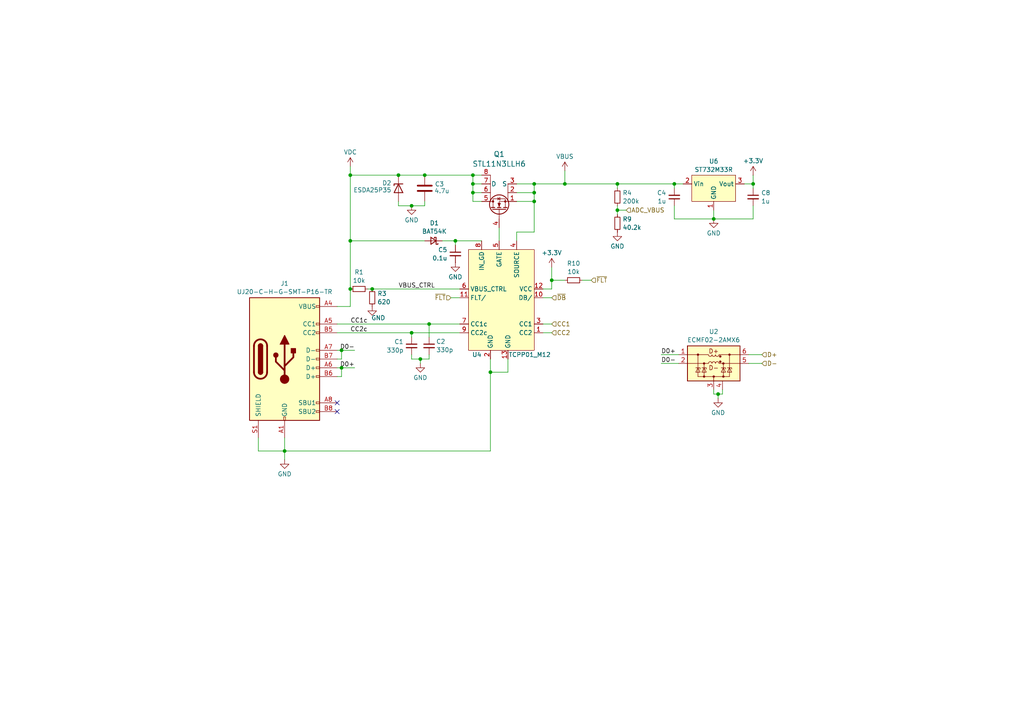
<source format=kicad_sch>
(kicad_sch (version 20250114) (generator "eeschema") (generator_version "9.0")
  (paper "A4")
  (lib_symbols
    (symbol "2025-02-27_15-24-30:STL11N3LLH6" (pin_names (offset 0.254))
      (property "Reference" "MOSFET" (at 6.35 -4.318 0))
      (property "Value" "STL11N3LLH6" (at 9.652 -6.858 0))
      (symbol "STL11N3LLH6_0_1"
        (polyline (pts (xy -2.54 -11.43) (xy 0 -11.43) (xy 0 -9.652)))
        (polyline (pts (xy -1.778 -9.652) (xy -1.778 -12.192) (xy 1.778 -12.192) (xy 1.778 -9.652)))
        (circle (center -1.778 -11.43) (radius 0.254) (fill (type outline)))
        (polyline (pts (xy -1.27 -9.652) (xy -2.286 -9.652)) (stroke (width 0.254)))
        (polyline (pts (xy 0 -9.144) (xy 0 -6.35)))
        (polyline (pts (xy 0 -9.906) (xy 0.381 -10.922) (xy -0.381 -10.922) (xy 0 -9.906)) (fill (type outline)))
        (circle (center 0 -10.541) (radius 2.794) (stroke (width 0.254)))
        (polyline (pts (xy 0.381 -11.811) (xy 0.381 -12.573)))
        (polyline (pts (xy 0.381 -12.192) (xy -0.254 -11.811) (xy -0.254 -12.573) (xy 0.381 -12.192)))
        (polyline (pts (xy 0.508 -9.652) (xy -0.508 -9.652)) (stroke (width 0.254)))
        (circle (center 1.778 -11.43) (radius 0.254) (fill (type outline)))
        (polyline (pts (xy 1.905 -9.144) (xy -1.905 -9.144)) (stroke (width 0.254)))
        (polyline (pts (xy 2.286 -9.652) (xy 1.27 -9.652)) (stroke (width 0.254)))
        (polyline (pts (xy 2.54 -19.05) (xy 2.54 -11.43) (xy 1.778 -11.43)))
      )
      (symbol "STL11N3LLH6_1_1"
        (polyline (pts (xy -2.54 -11.43) (xy -2.54 -16.51)))
        (pin passive line (at -5.08 -11.43 0) (length 2.54) (name "") (number "1"))
        (pin passive line (at -5.08 -13.97 0) (length 2.54) (name "") (number "2"))
        (pin passive line (at -5.08 -16.51 0) (length 2.54) (name "S") (number "3"))
        (pin input line (at 0 -3.81 270) (length 2.54) (name "") (number "4"))
        (pin passive line (at 5.08 -11.43 180) (length 2.54) (name "") (number "5"))
        (pin passive line (at 5.08 -13.97 180) (length 2.54) (name "") (number "6"))
        (pin passive line (at 5.08 -16.51 180) (length 2.54) (name "D") (number "7"))
        (pin passive line (at 5.08 -19.05 180) (length 2.54) (name "") (number "8"))
      )
    )
    (symbol "Connector:USB_C_Receptacle_USB2.0_16P" (pin_names (offset 1.016))
      (property "Reference" "J" (at 0 22.225 0))
      (property "Value" "USB_C_Receptacle_USB2.0_16P" (at 0 19.685 0))
      (symbol "USB_C_Receptacle_USB2.0_16P_0_0"
        (rectangle (start -0.254 -17.78) (end 0.254 -16.764))
        (rectangle (start 10.16 15.494) (end 9.144 14.986))
        (rectangle (start 10.16 10.414) (end 9.144 9.906))
        (rectangle (start 10.16 7.874) (end 9.144 7.366))
        (rectangle (start 10.16 2.794) (end 9.144 2.286))
        (rectangle (start 10.16 0.254) (end 9.144 -0.254))
        (rectangle (start 10.16 -2.286) (end 9.144 -2.794))
        (rectangle (start 10.16 -4.826) (end 9.144 -5.334))
        (rectangle (start 10.16 -12.446) (end 9.144 -12.954))
        (rectangle (start 10.16 -14.986) (end 9.144 -15.494))
      )
      (symbol "USB_C_Receptacle_USB2.0_16P_0_1"
        (rectangle (start -10.16 17.78) (end 10.16 -17.78) (stroke (width 0.254)) (fill (type background)))
        (polyline (pts (xy -8.89 -3.81) (xy -8.89 3.81)) (stroke (width 0.508)))
        (rectangle (start -7.62 -3.81) (end -6.35 3.81) (stroke (width 0.254)) (fill (type outline)))
        (arc (start -7.62 3.81) (mid -6.985 4.4423) (end -6.35 3.81) (stroke (width 0.254)))
        (arc (start -7.62 3.81) (mid -6.985 4.4423) (end -6.35 3.81) (stroke (width 0.254)) (fill (type outline)))
        (arc (start -8.89 3.81) (mid -6.985 5.7067) (end -5.08 3.81) (stroke (width 0.508)))
        (arc (start -5.08 -3.81) (mid -6.985 -5.7067) (end -8.89 -3.81) (stroke (width 0.508)))
        (arc (start -6.35 -3.81) (mid -6.985 -4.4423) (end -7.62 -3.81) (stroke (width 0.254)))
        (arc (start -6.35 -3.81) (mid -6.985 -4.4423) (end -7.62 -3.81) (stroke (width 0.254)) (fill (type outline)))
        (polyline (pts (xy -5.08 3.81) (xy -5.08 -3.81)) (stroke (width 0.508)))
        (circle (center -2.54 1.143) (radius 0.635) (stroke (width 0.254)) (fill (type outline)))
        (polyline (pts (xy -1.27 4.318) (xy 0 6.858) (xy 1.27 4.318) (xy -1.27 4.318)) (stroke (width 0.254)) (fill (type outline)))
        (polyline (pts (xy 0 -2.032) (xy 2.54 0.508) (xy 2.54 1.778)) (stroke (width 0.508)))
        (polyline (pts (xy 0 -3.302) (xy -2.54 -0.762) (xy -2.54 0.508)) (stroke (width 0.508)))
        (polyline (pts (xy 0 -5.842) (xy 0 4.318)) (stroke (width 0.508)))
        (circle (center 0 -5.842) (radius 1.27) (fill (type outline)))
        (rectangle (start 1.905 1.778) (end 3.175 3.048) (stroke (width 0.254)) (fill (type outline)))
      )
      (symbol "USB_C_Receptacle_USB2.0_16P_1_1"
        (pin passive line (at -7.62 -22.86 90) (length 5.08) (name "SHIELD") (number "S1"))
        (pin passive line (at 0 -22.86 90) (length 5.08) (name "GND") (number "A1"))
        (pin passive line (at 0 -22.86 90) (length 5.08) (hide yes) (name "GND") (number "A12"))
        (pin passive line (at 0 -22.86 90) (length 5.08) (hide yes) (name "GND") (number "B1"))
        (pin passive line (at 0 -22.86 90) (length 5.08) (hide yes) (name "GND") (number "B12"))
        (pin passive line (at 15.24 15.24 180) (length 5.08) (name "VBUS") (number "A4"))
        (pin passive line (at 15.24 15.24 180) (length 5.08) (hide yes) (name "VBUS") (number "A9"))
        (pin passive line (at 15.24 15.24 180) (length 5.08) (hide yes) (name "VBUS") (number "B4"))
        (pin passive line (at 15.24 15.24 180) (length 5.08) (hide yes) (name "VBUS") (number "B9"))
        (pin bidirectional line (at 15.24 10.16 180) (length 5.08) (name "CC1") (number "A5"))
        (pin bidirectional line (at 15.24 7.62 180) (length 5.08) (name "CC2") (number "B5"))
        (pin bidirectional line (at 15.24 2.54 180) (length 5.08) (name "D-") (number "A7"))
        (pin bidirectional line (at 15.24 0 180) (length 5.08) (name "D-") (number "B7"))
        (pin bidirectional line (at 15.24 -2.54 180) (length 5.08) (name "D+") (number "A6"))
        (pin bidirectional line (at 15.24 -5.08 180) (length 5.08) (name "D+") (number "B6"))
        (pin bidirectional line (at 15.24 -12.7 180) (length 5.08) (name "SBU1") (number "A8"))
        (pin bidirectional line (at 15.24 -15.24 180) (length 5.08) (name "SBU2") (number "B8"))
      )
    )
    (symbol "Custom:ST732M33R"
      (property "Reference" "U" (at 0 2.794 0))
      (property "Value" "ST732M33R" (at 0 1.016 0))
      (symbol "ST732M33R_0_0"
        (pin power_out line (at 0 -10.16 90) (length 2.54) (name "GND") (number "1"))
      )
      (symbol "ST732M33R_1_0"
        (pin power_in line (at -8.89 -2.54 0) (length 2.54) (name "Vin") (number "2"))
        (pin no_connect non_logic (at 3.81 -10.16 90) (length 2.54) (hide yes) (name "NC") (number "4"))
        (pin no_connect non_logic (at 3.81 -10.16 90) (length 2.54) (hide yes) (name "NC") (number "5"))
        (pin power_out line (at 8.89 -2.54 180) (length 2.54) (name "Vout") (number "3"))
      )
      (symbol "ST732M33R_1_1"
        (rectangle (start -6.35 0) (end 6.35 -7.62) (fill (type background)))
      )
    )
    (symbol "Custom:TCPP01"
      (property "Reference" "U" (at -30.48 -25.4 0))
      (property "Value" "TCPP01_M12" (at -30.48 -25.4 0))
      (symbol "TCPP01_0_0"
        (pin bidirectional line (at -12.7 -2.54 0) (length 2.54) (name "VCC") (number "12"))
        (pin bidirectional line (at -12.7 -5.08 0) (length 2.54) (name "DB/") (number "10"))
        (pin bidirectional line (at -12.7 -12.7 0) (length 2.54) (name "CC1") (number "3"))
        (pin bidirectional line (at -12.7 -15.24 0) (length 2.54) (name "CC2") (number "1"))
        (pin bidirectional line (at -5.08 11.43 270) (length 2.54) (name "SOURCE") (number "4"))
        (pin bidirectional line (at 0 11.43 270) (length 2.54) (name "GATE") (number "5"))
        (pin power_in line (at 2.54 -22.86 90) (length 2.54) (name "GND") (number "2"))
        (pin bidirectional line (at 5.08 11.43 270) (length 2.54) (name "IN_GD") (number "8"))
        (pin bidirectional line (at 11.43 -2.54 180) (length 2.54) (name "VBUS_CTRL") (number "6"))
        (pin bidirectional line (at 11.43 -5.08 180) (length 2.54) (name "FLT/") (number "11"))
        (pin bidirectional line (at 11.43 -12.7 180) (length 2.54) (name "CC1c") (number "7"))
        (pin bidirectional line (at 11.43 -15.24 180) (length 2.54) (name "CC2c") (number "9"))
      )
      (symbol "TCPP01_1_0"
        (pin bidirectional line (at -2.54 -22.86 90) (length 2.54) (name "GND") (number "13"))
      )
      (symbol "TCPP01_1_1"
        (rectangle (start -10.16 8.89) (end 8.89 -20.32) (fill (type background)))
      )
    )
    (symbol "Device:C" (pin_numbers (hide yes)) (pin_names (offset 0.254))
      (property "Reference" "C" (at 0.635 2.54 0))
      (property "Value" "C" (at 0.635 -2.54 0))
      (symbol "C_0_1"
        (polyline (pts (xy -2.032 0.762) (xy 2.032 0.762)) (stroke (width 0.508)))
        (polyline (pts (xy -2.032 -0.762) (xy 2.032 -0.762)) (stroke (width 0.508)))
      )
      (symbol "C_1_1"
        (pin passive line (at 0 3.81 270) (length 2.794) (name "~") (number "1"))
        (pin passive line (at 0 -3.81 90) (length 2.794) (name "~") (number "2"))
      )
    )
    (symbol "Device:C_Small" (pin_numbers (hide yes)) (pin_names (offset 0.254) (hide yes))
      (property "Reference" "C" (at 0.254 1.778 0))
      (property "Value" "C_Small" (at 0.254 -2.032 0))
      (symbol "C_Small_0_1"
        (polyline (pts (xy -1.524 0.508) (xy 1.524 0.508)) (stroke (width 0.3048)))
        (polyline (pts (xy -1.524 -0.508) (xy 1.524 -0.508)) (stroke (width 0.3302)))
      )
      (symbol "C_Small_1_1"
        (pin passive line (at 0 2.54 270) (length 2.032) (name "~") (number "1"))
        (pin passive line (at 0 -2.54 90) (length 2.032) (name "~") (number "2"))
      )
    )
    (symbol "Device:D_Schottky_Small" (pin_numbers (hide yes)) (pin_names (offset 0.254) (hide yes))
      (property "Reference" "D" (at -1.27 2.032 0))
      (property "Value" "D_Schottky_Small" (at -7.112 -2.032 0))
      (symbol "D_Schottky_Small_0_1"
        (polyline (pts (xy -1.27 0.762) (xy -1.27 1.016) (xy -0.762 1.016) (xy -0.762 -1.016) (xy -0.254 -1.016) (xy -0.254 -0.762)) (stroke (width 0.254)))
        (polyline (pts (xy -0.762 0) (xy 0.762 0)))
        (polyline (pts (xy 0.762 -1.016) (xy -0.762 0) (xy 0.762 1.016) (xy 0.762 -1.016)) (stroke (width 0.254)))
      )
      (symbol "D_Schottky_Small_1_1"
        (pin passive line (at -2.54 0 0) (length 1.778) (name "K") (number "1"))
        (pin passive line (at 2.54 0 180) (length 1.778) (name "A") (number "2"))
      )
    )
    (symbol "Device:R_Small" (pin_numbers (hide yes)) (pin_names (offset 0.254) (hide yes))
      (property "Reference" "R" (at 0.762 0.508 0))
      (property "Value" "R_Small" (at 0.762 -1.016 0))
      (symbol "R_Small_0_1"
        (rectangle (start -0.762 1.778) (end 0.762 -1.778) (stroke (width 0.2032)))
      )
      (symbol "R_Small_1_1"
        (pin passive line (at 0 2.54 270) (length 0.762) (name "~") (number "1"))
        (pin passive line (at 0 -2.54 90) (length 0.762) (name "~") (number "2"))
      )
    )
    (symbol "Diode:ESD5Zxx" (pin_numbers (hide yes)) (pin_names (hide yes))
      (property "Reference" "D" (at 0 2.54 0))
      (property "Value" "ESD5Zxx" (at 0 -2.54 0))
      (symbol "ESD5Zxx_0_1"
        (polyline (pts (xy -1.27 -1.27) (xy -1.27 1.27) (xy -0.762 1.27)) (stroke (width 0.254)))
        (polyline (pts (xy 1.27 0) (xy -1.27 0)))
        (polyline (pts (xy 1.27 -1.27) (xy 1.27 1.27) (xy -1.27 0) (xy 1.27 -1.27)) (stroke (width 0.254)))
      )
      (symbol "ESD5Zxx_1_1"
        (pin passive line (at -3.81 0 0) (length 2.54) (name "K") (number "1"))
        (pin passive line (at 3.81 0 180) (length 2.54) (name "A") (number "2"))
      )
    )
    (symbol "GND_2" (power) (pin_numbers (hide yes)) (pin_names (offset 0) (hide yes))
      (property "Value" "GND" (at 0 -3.81 0))
      (symbol "GND_2_0_1"
        (polyline (pts (xy 0 0) (xy 0 -1.27) (xy 1.27 -1.27) (xy 0 -2.54) (xy -1.27 -1.27) (xy 0 -1.27)))
      )
      (symbol "GND_2_1_1"
        (pin power_in line (at 0 0 270) (length 0) (name "~") (number "1"))
      )
    )
    (symbol "GND_7" (power) (pin_numbers (hide yes)) (pin_names (offset 0) (hide yes))
      (property "Value" "GND" (at 0 -3.81 0))
      (symbol "GND_7_0_1"
        (polyline (pts (xy 0 0) (xy 0 -1.27) (xy 1.27 -1.27) (xy 0 -2.54) (xy -1.27 -1.27) (xy 0 -1.27)))
      )
      (symbol "GND_7_1_1"
        (pin power_in line (at 0 0 270) (length 0) (name "~") (number "1"))
      )
    )
    (symbol "Power_Protection:ECMF02-2AMX6" (pin_names (offset 0.0254) (hide yes))
      (property "Reference" "U" (at 0 10.16 0))
      (property "Value" "ECMF02-2AMX6" (at 0 7.62 0))
      (symbol "ECMF02-2AMX6_0_1"
        (rectangle (start -7.62 5.08) (end 7.62 -5.08) (stroke (width 0.254)) (fill (type background)))
        (polyline (pts (xy -7.62 2.54) (xy -1.524 2.54)))
        (polyline (pts (xy -7.62 0) (xy -1.524 0)))
        (polyline (pts (xy -4.572 2.54) (xy -4.572 -3.81)))
        (polyline (pts (xy -4.572 -3.81) (xy 4.572 -3.81)))
        (polyline (pts (xy -2.794 0) (xy -2.794 -3.81)))
        (arc (start -0.508 2.5023) (mid -1.016 2.0306) (end -1.524 2.5023))
        (arc (start -1.524 0.0377) (mid -1.016 0.5094) (end -0.508 0.0377))
        (arc (start 0.508 2.5023) (mid 0 2.0306) (end -0.508 2.5023))
        (arc (start -0.508 0.0377) (mid 0 0.5094) (end 0.508 0.0377))
        (polyline (pts (xy 0 -5.08) (xy 0 -3.81)))
        (arc (start 1.524 2.5023) (mid 1.016 2.0306) (end 0.508 2.5023))
        (arc (start 0.508 0.0377) (mid 1.016 0.5094) (end 1.524 0.0377))
        (polyline (pts (xy 2.54 2.54) (xy 1.524 2.54)))
        (polyline (pts (xy 2.54 2.54) (xy 7.62 2.54)))
        (polyline (pts (xy 2.54 0) (xy 1.524 0)))
        (polyline (pts (xy 2.54 0) (xy 7.62 0)))
        (polyline (pts (xy 2.794 0) (xy 2.794 -3.81)))
        (polyline (pts (xy 4.572 2.54) (xy 4.572 -3.81)))
        (text "D+" (at 0 3.556 0) (effects (font (size 1.27 1.27))))
        (text "D-" (at 0 -1.27 0) (effects (font (size 1.27 1.27))))
      )
      (symbol "ECMF02-2AMX6_1_1"
        (polyline (pts (xy -5.207 -2.54) (xy -3.937 -2.54) (xy -4.572 -1.27) (xy -5.207 -2.54)))
        (circle (center -4.572 2.54) (radius 0.254) (fill (type outline)))
        (polyline (pts (xy -3.937 -1.651) (xy -3.937 -1.27) (xy -5.207 -1.27)))
        (polyline (pts (xy -3.429 -2.54) (xy -2.159 -2.54) (xy -2.794 -1.27) (xy -3.429 -2.54)))
        (circle (center -2.794 0) (radius 0.254) (fill (type outline)))
        (circle (center -2.794 -3.81) (radius 0.254) (fill (type outline)))
        (polyline (pts (xy -2.159 -1.651) (xy -2.159 -1.27) (xy -3.429 -1.27)))
        (circle (center 0 -3.81) (radius 0.254) (fill (type outline)))
        (circle (center 1.905 2.032) (radius 0.254) (fill (type outline)))
        (circle (center 1.905 0.508) (radius 0.254) (fill (type outline)))
        (circle (center 2.794 0) (radius 0.254) (fill (type outline)))
        (circle (center 2.794 -3.81) (radius 0.254) (fill (type outline)))
        (polyline (pts (xy 3.429 -1.651) (xy 3.429 -1.27) (xy 2.159 -1.27)))
        (polyline (pts (xy 3.429 -2.54) (xy 2.159 -2.54) (xy 2.794 -1.27) (xy 3.429 -2.54)))
        (circle (center 4.572 2.54) (radius 0.254) (fill (type outline)))
        (polyline (pts (xy 5.207 -1.651) (xy 5.207 -1.27) (xy 3.937 -1.27)))
        (polyline (pts (xy 5.207 -2.54) (xy 3.937 -2.54) (xy 4.572 -1.27) (xy 5.207 -2.54)))
        (pin passive line (at -10.16 2.54 0) (length 2.54) (name "D+_in") (number "1"))
        (pin passive line (at -10.16 0 0) (length 2.54) (name "D-_in") (number "2"))
        (pin power_in line (at 0 -7.62 90) (length 2.54) (name "GND") (number "3"))
        (pin free line (at 2.54 -7.62 90) (length 2.54) (name "NC") (number "4"))
        (pin passive line (at 10.16 2.54 180) (length 2.54) (name "D+_out") (number "6"))
        (pin passive line (at 10.16 0 180) (length 2.54) (name "D-_out") (number "5"))
      )
    )
    (symbol "power:+3.3V" (power) (pin_numbers (hide yes)) (pin_names (offset 0) (hide yes))
      (property "Value" "+3.3V" (at 0 3.556 0))
      (symbol "+3.3V_0_1"
        (polyline (pts (xy -0.762 1.27) (xy 0 2.54)))
        (polyline (pts (xy 0 2.54) (xy 0.762 1.27)))
        (polyline (pts (xy 0 0) (xy 0 2.54)))
      )
      (symbol "+3.3V_1_1"
        (pin power_in line (at 0 0 90) (length 0) (name "~") (number "1"))
      )
    )
    (symbol "power:GND" (power) (pin_numbers (hide yes)) (pin_names (offset 0) (hide yes))
      (property "Value" "GND" (at 0 -3.81 0))
      (symbol "GND_0_1"
        (polyline (pts (xy 0 0) (xy 0 -1.27) (xy 1.27 -1.27) (xy 0 -2.54) (xy -1.27 -1.27) (xy 0 -1.27)))
      )
      (symbol "GND_1_1"
        (pin power_in line (at 0 0 270) (length 0) (name "~") (number "1"))
      )
    )
    (symbol "power:VBUS" (power) (pin_numbers (hide yes)) (pin_names (offset 0) (hide yes))
      (property "Value" "VBUS" (at 0 3.556 0))
      (symbol "VBUS_0_1"
        (polyline (pts (xy -0.762 1.27) (xy 0 2.54)))
        (polyline (pts (xy 0 2.54) (xy 0.762 1.27)))
        (polyline (pts (xy 0 0) (xy 0 2.54)))
      )
      (symbol "VBUS_1_1"
        (pin power_in line (at 0 0 90) (length 0) (name "~") (number "1"))
      )
    )
    (symbol "power:VDC" (power) (pin_numbers (hide yes)) (pin_names (offset 0) (hide yes))
      (property "Value" "VDC" (at 0 3.556 0))
      (symbol "VDC_0_1"
        (polyline (pts (xy -0.762 1.27) (xy 0 2.54)))
        (polyline (pts (xy 0 2.54) (xy 0.762 1.27)))
        (polyline (pts (xy 0 0) (xy 0 2.54)))
      )
      (symbol "VDC_1_1"
        (pin power_in line (at 0 0 90) (length 0) (name "~") (number "1"))
      )
    )
  )
  (junction (at 132.08 69.85))
  (junction (at 119.38 59.69))
  (junction (at 137.16 53.34))
  (junction (at 101.6 50.8))
  (junction (at 123.19 50.8))
  (junction (at 179.07 60.96))
  (junction (at 218.44 53.34))
  (junction (at 137.16 55.88))
  (junction (at 195.58 53.34))
  (junction (at 99.06 101.6))
  (junction (at 121.92 104.14))
  (junction (at 208.28 114.3))
  (junction (at 179.07 53.34))
  (junction (at 82.55 130.81))
  (junction (at 115.57 50.8))
  (junction (at 137.16 50.8))
  (junction (at 99.06 106.68))
  (junction (at 119.38 96.52))
  (junction (at 124.46 93.98))
  (junction (at 207.01 63.5))
  (junction (at 101.6 83.82))
  (junction (at 142.24 107.95))
  (junction (at 160.02 81.28))
  (junction (at 101.6 69.85))
  (junction (at 154.94 58.42))
  (junction (at 163.83 53.34))
  (junction (at 107.95 83.82))
  (junction (at 154.94 53.34))
  (junction (at 154.94 55.88))
  (no_connect (at 97.79 116.84))
  (no_connect (at 97.79 119.38))
  (wire (pts (xy 74.93 127) (xy 74.93 130.81)))
  (wire (pts (xy 82.55 130.81) (xy 82.55 133.35)))
  (wire (pts (xy 215.9 53.34) (xy 218.44 53.34)))
  (wire (pts (xy 149.86 58.42) (xy 154.94 58.42)))
  (wire (pts (xy 154.94 55.88) (xy 154.94 58.42)))
  (wire (pts (xy 99.06 106.68) (xy 102.87 106.68)))
  (wire (pts (xy 119.38 59.69) (xy 123.19 59.69)))
  (wire (pts (xy 97.79 109.22) (xy 99.06 109.22)))
  (wire (pts (xy 99.06 101.6) (xy 99.06 104.14)))
  (wire (pts (xy 217.17 102.87) (xy 220.98 102.87)))
  (wire (pts (xy 99.06 106.68) (xy 99.06 109.22)))
  (wire (pts (xy 179.07 53.34) (xy 179.07 54.61)))
  (wire (pts (xy 137.16 58.42) (xy 139.7 58.42)))
  (wire (pts (xy 160.02 81.28) (xy 163.83 81.28)))
  (wire (pts (xy 207.01 114.3) (xy 208.28 114.3)))
  (wire (pts (xy 124.46 93.98) (xy 124.46 97.79)))
  (wire (pts (xy 218.44 50.8) (xy 218.44 53.34)))
  (wire (pts (xy 142.24 107.95) (xy 147.32 107.95)))
  (wire (pts (xy 82.55 130.81) (xy 142.24 130.81)))
  (wire (pts (xy 163.83 49.53) (xy 163.83 53.34)))
  (wire (pts (xy 106.68 83.82) (xy 107.95 83.82)))
  (wire (pts (xy 115.57 50.8) (xy 123.19 50.8)))
  (wire (pts (xy 119.38 96.52) (xy 133.35 96.52)))
  (wire (pts (xy 119.38 96.52) (xy 119.38 97.79)))
  (wire (pts (xy 121.92 104.14) (xy 124.46 104.14)))
  (wire (pts (xy 119.38 102.87) (xy 119.38 104.14)))
  (wire (pts (xy 123.19 50.8) (xy 137.16 50.8)))
  (wire (pts (xy 107.95 83.82) (xy 133.35 83.82)))
  (wire (pts (xy 97.79 101.6) (xy 99.06 101.6)))
  (wire (pts (xy 101.6 83.82) (xy 101.6 88.9)))
  (wire (pts (xy 101.6 50.8) (xy 115.57 50.8)))
  (wire (pts (xy 149.86 53.34) (xy 154.94 53.34)))
  (wire (pts (xy 168.91 81.28) (xy 171.45 81.28)))
  (wire (pts (xy 97.79 104.14) (xy 99.06 104.14)))
  (wire (pts (xy 101.6 69.85) (xy 123.19 69.85)))
  (wire (pts (xy 179.07 60.96) (xy 179.07 62.23)))
  (wire (pts (xy 195.58 59.69) (xy 195.58 63.5)))
  (wire (pts (xy 179.07 60.96) (xy 181.61 60.96)))
  (wire (pts (xy 115.57 58.42) (xy 115.57 59.69)))
  (wire (pts (xy 101.6 69.85) (xy 101.6 83.82)))
  (wire (pts (xy 209.55 113.03) (xy 209.55 114.3)))
  (wire (pts (xy 154.94 58.42) (xy 154.94 67.31)))
  (wire (pts (xy 97.79 93.98) (xy 124.46 93.98)))
  (wire (pts (xy 163.83 53.34) (xy 179.07 53.34)))
  (wire (pts (xy 179.07 53.34) (xy 195.58 53.34)))
  (wire (pts (xy 191.77 102.87) (xy 196.85 102.87)))
  (wire (pts (xy 149.86 55.88) (xy 154.94 55.88)))
  (wire (pts (xy 101.6 48.26) (xy 101.6 50.8)))
  (wire (pts (xy 195.58 53.34) (xy 198.12 53.34)))
  (wire (pts (xy 121.92 104.14) (xy 121.92 105.41)))
  (wire (pts (xy 74.93 130.81) (xy 82.55 130.81)))
  (wire (pts (xy 157.48 86.36) (xy 160.02 86.36)))
  (wire (pts (xy 82.55 127) (xy 82.55 130.81)))
  (wire (pts (xy 144.78 66.04) (xy 144.78 69.85)))
  (wire (pts (xy 137.16 53.34) (xy 137.16 55.88)))
  (wire (pts (xy 137.16 53.34) (xy 139.7 53.34)))
  (wire (pts (xy 128.27 69.85) (xy 132.08 69.85)))
  (wire (pts (xy 130.81 86.36) (xy 133.35 86.36)))
  (wire (pts (xy 207.01 63.5) (xy 218.44 63.5)))
  (wire (pts (xy 142.24 104.14) (xy 142.24 107.95)))
  (wire (pts (xy 124.46 102.87) (xy 124.46 104.14)))
  (wire (pts (xy 157.48 96.52) (xy 160.02 96.52)))
  (wire (pts (xy 137.16 50.8) (xy 139.7 50.8)))
  (wire (pts (xy 179.07 59.69) (xy 179.07 60.96)))
  (wire (pts (xy 208.28 114.3) (xy 209.55 114.3)))
  (wire (pts (xy 137.16 55.88) (xy 137.16 58.42)))
  (wire (pts (xy 123.19 58.42) (xy 123.19 59.69)))
  (wire (pts (xy 132.08 69.85) (xy 139.7 69.85)))
  (wire (pts (xy 149.86 67.31) (xy 149.86 69.85)))
  (wire (pts (xy 115.57 59.69) (xy 119.38 59.69)))
  (wire (pts (xy 207.01 113.03) (xy 207.01 114.3)))
  (wire (pts (xy 160.02 77.47) (xy 160.02 81.28)))
  (wire (pts (xy 160.02 81.28) (xy 160.02 83.82)))
  (wire (pts (xy 97.79 106.68) (xy 99.06 106.68)))
  (wire (pts (xy 157.48 93.98) (xy 160.02 93.98)))
  (wire (pts (xy 142.24 107.95) (xy 142.24 130.81)))
  (wire (pts (xy 147.32 104.14) (xy 147.32 107.95)))
  (wire (pts (xy 218.44 53.34) (xy 218.44 54.61)))
  (wire (pts (xy 137.16 55.88) (xy 139.7 55.88)))
  (wire (pts (xy 195.58 53.34) (xy 195.58 54.61)))
  (wire (pts (xy 97.79 96.52) (xy 119.38 96.52)))
  (wire (pts (xy 207.01 60.96) (xy 207.01 63.5)))
  (wire (pts (xy 191.77 105.41) (xy 196.85 105.41)))
  (wire (pts (xy 97.79 88.9) (xy 101.6 88.9)))
  (wire (pts (xy 157.48 83.82) (xy 160.02 83.82)))
  (wire (pts (xy 119.38 104.14) (xy 121.92 104.14)))
  (wire (pts (xy 149.86 67.31) (xy 154.94 67.31)))
  (wire (pts (xy 101.6 50.8) (xy 101.6 69.85)))
  (wire (pts (xy 218.44 59.69) (xy 218.44 63.5)))
  (wire (pts (xy 208.28 114.3) (xy 208.28 115.57)))
  (wire (pts (xy 132.08 69.85) (xy 132.08 71.12)))
  (wire (pts (xy 137.16 50.8) (xy 137.16 53.34)))
  (wire (pts (xy 99.06 101.6) (xy 102.87 101.6)))
  (wire (pts (xy 195.58 63.5) (xy 207.01 63.5)))
  (wire (pts (xy 217.17 105.41) (xy 220.98 105.41)))
  (wire (pts (xy 154.94 53.34) (xy 154.94 55.88)))
  (wire (pts (xy 124.46 93.98) (xy 133.35 93.98)))
  (wire (pts (xy 154.94 53.34) (xy 163.83 53.34)))
  (label "CC2c" (at 101.6 96.52 0))
  (label "CC1c" (at 106.68 93.98 180))
  (label "D0-" (at 102.87 101.6 180))
  (label "D0-" (at 191.77 105.41 0))
  (label "VBUS_CTRL" (at 115.57 83.82 0))
  (label "D0+" (at 102.87 106.68 180))
  (label "D0+" (at 191.77 102.87 0))
  (hierarchical_label "ADC_VBUS" (shape input) (at 181.61 60.96 0))
  (hierarchical_label "D+" (shape input) (at 220.98 102.87 0))
  (hierarchical_label "~{DB}" (shape input) (at 160.02 86.36 0))
  (hierarchical_label "~{FLT}" (shape input) (at 130.81 86.36 180))
  (hierarchical_label "CC1" (shape input) (at 160.02 93.98 0))
  (hierarchical_label "~{FLT}" (shape input) (at 171.45 81.28 0))
  (hierarchical_label "D-" (shape input) (at 220.98 105.41 0))
  (hierarchical_label "CC2" (shape input) (at 160.02 96.52 0))
  (symbol (lib_id "Device:C_Small") (at 132.08 73.66 0) (mirror y) (unit 1)
    (property "Reference" "C5" (at 129.7559 72.4541 0) (effects (justify left)))
    (property "Value" "0.1u" (at 129.7559 74.8784 0) (effects (justify left)))
    (property "Footprint" "Capacitor_SMD:C_0603_1608Metric" (effects (hide yes)))
    (property "Description" "Unpolarized capacitor, small symbol" (effects (hide yes)))
    (property "MPN" "Generic 0.1uF 50V X7R 0603 " (effects (hide yes)))
  )
  (symbol (lib_id "power:GND") (at 82.55 133.35 0) (unit 1)
    (property "Reference" "#PWR068" (effects (hide yes)))
    (property "Value" "GND" (at 82.55 137.4831 0))
    (property "Description" "Power symbol creates a global label with name \"GND\" , ground" (effects (hide yes)))
  )
  (symbol (lib_name "GND_2") (lib_id "power:GND") (at 119.38 59.69 0) (mirror y) (unit 1)
    (property "Reference" "#PWR049" (effects (hide yes)))
    (property "Value" "GND" (at 119.38 63.8231 0))
    (property "Description" "Power symbol creates a global label with name \"GND\" , ground" (effects (hide yes)))
  )
  (symbol (lib_id "Device:D_Schottky_Small") (at 125.73 69.85 180) (unit 1)
    (property "Reference" "D1" (at 125.984 64.6895 0))
    (property "Value" "BAT54K" (at 125.984 67.1138 0))
    (property "Footprint" "Diode_SMD:D_SOD-523" (effects (hide yes)))
    (property "Description" "Schottky diode, small symbol" (effects (hide yes)))
    (property "MPN" "BAT54KFILM" (effects (hide yes)))
  )
  (symbol (lib_id "Connector:USB_C_Receptacle_USB2.0_16P") (at 82.55 104.14 0) (unit 1)
    (property "Reference" "J1" (at 82.55 82.2155 0))
    (property "Value" "UJ20-C-H-G-SMT-P16-TR" (at 82.55 84.6398 0))
    (property "Footprint" "Custom:USB_C_Receptacle_UJ20-C-H-G-SMT-P16-TR" (effects (hide yes)))
    (property "Datasheet" "https://www.usb.org/sites/default/files/documents/usb_type-c.zip" (effects (hide yes)))
    (property "Description" "USB 2.0-only 16P Type-C Receptacle connector" (effects (hide yes)))
    (property "MPN" "UJ20-C-H-G-SMT-P16-TR" (effects (hide yes)))
  )
  (symbol (lib_id "power:GND") (at 208.28 115.57 0) (unit 1)
    (property "Reference" "#PWR071" (effects (hide yes)))
    (property "Value" "GND" (at 208.28 119.7031 0))
    (property "Description" "Power symbol creates a global label with name \"GND\" , ground" (effects (hide yes)))
  )
  (symbol (lib_id "Device:R_Small") (at 166.37 81.28 90) (unit 1)
    (property "Reference" "R10" (at 166.37 76.3989 90))
    (property "Value" "10k" (at 166.37 78.8232 90))
    (property "Footprint" "Resistor_SMD:R_0603_1608Metric" (effects (hide yes)))
    (property "Description" "Resistor, small symbol" (effects (hide yes)))
    (property "MPN" "Generic 10kΩ 5% 0603 " (effects (hide yes)))
  )
  (symbol (lib_id "power:+3.3V") (at 218.44 50.8 0) (unit 1)
    (property "Reference" "#PWR057" (effects (hide yes)))
    (property "Value" "+3.3V" (at 218.44 46.6669 0))
    (property "Description" "Power symbol creates a global label with name \"+3.3V\"" (effects (hide yes)))
  )
  (symbol (lib_id "power:GND") (at 121.92 105.41 0) (unit 1)
    (property "Reference" "#PWR072" (effects (hide yes)))
    (property "Value" "GND" (at 121.92 109.5431 0))
    (property "Description" "Power symbol creates a global label with name \"GND\" , ground" (effects (hide yes)))
  )
  (symbol (lib_id "Custom:TCPP01") (at 144.78 81.28 0) (mirror y) (unit 1)
    (property "Reference" "U4" (at 139.7 102.87 0) (effects (justify left)))
    (property "Value" "TCPP01_M12" (at 159.766 102.87 0) (effects (justify left)))
    (property "Footprint" "Custom:QFN-12-1EP_3x3mm_P0.50mm_EP1.45x1.45mm" (effects (hide yes)))
    (property "Datasheet" "https://www.st.com/resource/en/datasheet/tcpp01-m12.pdf" (effects (hide yes)))
    (property "MPN" "TCPP01_M12" (effects (hide yes)))
  )
  (symbol (lib_id "Device:R_Small") (at 104.14 83.82 90) (unit 1)
    (property "Reference" "R1" (at 104.14 78.9389 90))
    (property "Value" "10k" (at 104.14 81.3632 90))
    (property "Footprint" "Resistor_SMD:R_0603_1608Metric" (effects (hide yes)))
    (property "Description" "Resistor, small symbol" (effects (hide yes)))
    (property "MPN" "Generic 10kΩ 5% 0603 " (effects (hide yes)))
  )
  (symbol (lib_id "Diode:ESD5Zxx") (at 115.57 54.61 90) (mirror x) (unit 1)
    (property "Reference" "D2" (at 113.538 53.086 90) (effects (justify left)))
    (property "Value" "ESDA25P35" (at 113.538 55.118 90) (effects (justify left)))
    (property "Footprint" "Diode_SMD:ST_QFN-2L_1.6x1.0mm" (effects (hide yes)))
    (property "Datasheet" "https://www.onsemi.com/pdf/datasheet/esd5z2.5t1-d.pdf" (effects (hide yes)))
    (property "Description" "ESD Protection Diode, SOD-523" (effects (hide yes)))
    (property "MPN" "ESDA25P35-1U1M" (effects (hide yes)))
  )
  (symbol (lib_name "GND_7") (lib_id "power:GND") (at 207.01 63.5 0) (unit 1)
    (property "Reference" "#PWR056" (effects (hide yes)))
    (property "Value" "GND" (at 207.01 67.6331 0))
    (property "Description" "Power symbol creates a global label with name \"GND\" , ground" (effects (hide yes)))
  )
  (symbol (lib_id "power:+3.3V") (at 160.02 77.47 0) (unit 1)
    (property "Reference" "#PWR070" (effects (hide yes)))
    (property "Value" "+3.3V" (at 160.02 73.3369 0))
    (property "Description" "Power symbol creates a global label with name \"+3.3V\"" (effects (hide yes)))
  )
  (symbol (lib_id "Device:R_Small") (at 179.07 57.15 0) (unit 1)
    (property "Reference" "R4" (at 180.5686 55.9378 0) (effects (justify left)))
    (property "Value" "200k" (at 180.5686 58.3621 0) (effects (justify left)))
    (property "Footprint" "Resistor_SMD:R_0603_1608Metric" (effects (hide yes)))
    (property "Description" "Resistor, small symbol" (effects (hide yes)))
    (property "MPN" "Generic 200kΩ 1% 0603" (effects (hide yes)))
  )
  (symbol (lib_id "2025-02-27_15-24-30:STL11N3LLH6") (at 144.78 69.85 180) (unit 1)
    (property "Reference" "Q1" (at 144.78 44.704 0) (effects (font (size 1.524 1.524))))
    (property "Value" "STL11N3LLH6" (at 144.78 47.5369 0) (effects (font (size 1.524 1.524))))
    (property "Footprint" "Custom:POWERFLAT-3p3X3p3_STM" (effects (hide yes)))
    (property "Datasheet" "STL11N3LLH6" (effects (hide yes)))
    (property "MPN" "STL11N3LLH6" (effects (hide yes)))
  )
  (symbol (lib_id "power:GND") (at 107.95 88.9 0) (unit 1)
    (property "Reference" "#PWR069" (effects (hide yes)))
    (property "Value" "GND" (at 109.728 92.202 0))
    (property "Description" "Power symbol creates a global label with name \"GND\" , ground" (effects (hide yes)))
  )
  (symbol (lib_id "power:GND") (at 132.08 76.2 0) (unit 1)
    (property "Reference" "#PWR065" (effects (hide yes)))
    (property "Value" "GND" (at 132.08 80.3331 0))
    (property "Description" "Power symbol creates a global label with name \"GND\" , ground" (effects (hide yes)))
  )
  (symbol (lib_id "power:VBUS") (at 163.83 49.53 0) (unit 1)
    (property "Reference" "#PWR067" (effects (hide yes)))
    (property "Value" "VBUS" (at 163.83 45.3969 0))
    (property "Description" "Power symbol creates a global label with name \"VBUS\"" (effects (hide yes)))
  )
  (symbol (lib_id "Device:C_Small") (at 195.58 57.15 0) (mirror x) (unit 1)
    (property "Reference" "C4" (at 193.2559 55.9314 0) (effects (justify right)))
    (property "Value" "1u" (at 193.2559 58.3557 0) (effects (justify right)))
    (property "Footprint" "Capacitor_SMD:C_0603_1608Metric" (effects (hide yes)))
    (property "Description" "Unpolarized capacitor, small symbol" (effects (hide yes)))
    (property "MPN" "Generic 1uF 50V X7R 0603 X7R" (effects (hide yes)))
  )
  (symbol (lib_id "Custom:ST732M33R") (at 207.01 50.8 0) (unit 1)
    (property "Reference" "U6" (at 207.01 46.7825 0))
    (property "Value" "ST732M33R" (at 207.01 49.2068 0))
    (property "Footprint" "Package_TO_SOT_SMD:TSOT-23-5" (effects (hide yes)))
    (property "Datasheet" "https://www.st.com/resource/en/datasheet/st732.pdf" (effects (hide yes)))
    (property "Description" "3.3Vout, 300 mA, 28 Vin LDO" (effects (hide yes)))
    (property "MPN" "ST732M33R" (effects (hide yes)))
  )
  (symbol (lib_id "Device:C_Small") (at 218.44 57.15 0) (unit 1)
    (property "Reference" "C8" (at 220.7641 55.9441 0) (effects (justify left)))
    (property "Value" "1u" (at 220.7641 58.3684 0) (effects (justify left)))
    (property "Footprint" "Capacitor_SMD:C_0603_1608Metric" (effects (hide yes)))
    (property "Description" "Unpolarized capacitor, small symbol" (effects (hide yes)))
    (property "MPN" "Generic 1uF 50V X7R 0603 X7R" (effects (hide yes)))
  )
  (symbol (lib_id "Power_Protection:ECMF02-2AMX6") (at 207.01 105.41 0) (unit 1)
    (property "Reference" "U2" (at 207.01 96.1855 0))
    (property "Value" "ECMF02-2AMX6" (at 207.01 98.6098 0))
    (property "Footprint" "Package_DFN_QFN:ST_UQFN-6L_1.5x1.7mm_P0.5mm" (effects (hide yes)))
    (property "Datasheet" "https://www.st.com/resource/en/datasheet/ecmf02-2amx6.pdf" (effects (hide yes)))
    (property "Description" "Single Pair Common Mode Filter with ESD Protection, UQFN-6L" (effects (hide yes)))
    (property "MPN" "ECMF02-2AMX6" (effects (hide yes)))
  )
  (symbol (lib_id "Device:C") (at 123.19 54.61 180) (unit 1)
    (property "Reference" "C3" (at 126.111 53.3978 0) (effects (justify right)))
    (property "Value" "4.7u" (at 125.984 55.372 0) (effects (justify right)))
    (property "Footprint" "Capacitor_SMD:C_0805_2012Metric" (effects (hide yes)))
    (property "Note" "35V X7R" (effects (hide yes)))
    (property "MPN" "Generic 4.7uF 50V X7R 0805 " (effects (hide yes)))
  )
  (symbol (lib_id "Device:R_Small") (at 179.07 64.77 0) (unit 1)
    (property "Reference" "R9" (at 180.5686 63.5578 0) (effects (justify left)))
    (property "Value" "40.2k" (at 180.5686 65.9821 0) (effects (justify left)))
    (property "Footprint" "Resistor_SMD:R_0603_1608Metric" (effects (hide yes)))
    (property "Description" "Resistor, small symbol" (effects (hide yes)))
    (property "MPN" "Generic 40.2kΩ 1% 0603" (effects (hide yes)))
  )
  (symbol (lib_id "Device:C_Small") (at 119.38 100.33 0) (mirror y) (unit 1)
    (property "Reference" "C1" (at 117.0559 99.1241 0) (effects (justify left)))
    (property "Value" "330p" (at 117.094 101.6 0) (effects (justify left)))
    (property "Footprint" "Capacitor_SMD:C_0603_1608Metric" (effects (hide yes)))
    (property "Description" "Unpolarized capacitor, small symbol" (effects (hide yes)))
    (property "MPN" "Generic 330pF 50V C0G/NP0 0603" (effects (hide yes)))
  )
  (symbol (lib_id "Device:C_Small") (at 124.46 100.33 0) (unit 1)
    (property "Reference" "C2" (at 126.492 99.06 0) (effects (justify left)))
    (property "Value" "330p" (at 126.492 101.4843 0) (effects (justify left)))
    (property "Footprint" "Capacitor_SMD:C_0603_1608Metric" (effects (hide yes)))
    (property "Description" "Unpolarized capacitor, small symbol" (effects (hide yes)))
    (property "MPN" "Generic 330pF 50V C0G/NP0 0603" (effects (hide yes)))
  )
  (symbol (lib_id "power:VDC") (at 101.6 48.26 0) (unit 1)
    (property "Reference" "#PWR066" (effects (hide yes)))
    (property "Value" "VDC" (at 101.6 44.1269 0))
    (property "Description" "Power symbol creates a global label with name \"VDC\"" (effects (hide yes)))
  )
  (symbol (lib_id "Device:R_Small") (at 107.95 86.36 0) (unit 1)
    (property "Reference" "R3" (at 109.4486 85.1478 0) (effects (justify left)))
    (property "Value" "620" (at 109.4486 87.5721 0) (effects (justify left)))
    (property "Footprint" "Resistor_SMD:R_0603_1608Metric" (effects (hide yes)))
    (property "Description" "Resistor, small symbol" (effects (hide yes)))
    (property "MPN" "Generic 620Ω 1% 0603" (effects (hide yes)))
  )
  (symbol (lib_id "power:GND") (at 179.07 67.31 0) (unit 1)
    (property "Reference" "#PWR076" (effects (hide yes)))
    (property "Value" "GND" (at 179.07 71.4431 0))
    (property "Description" "Power symbol creates a global label with name \"GND\" , ground" (effects (hide yes)))
  )
)
</source>
